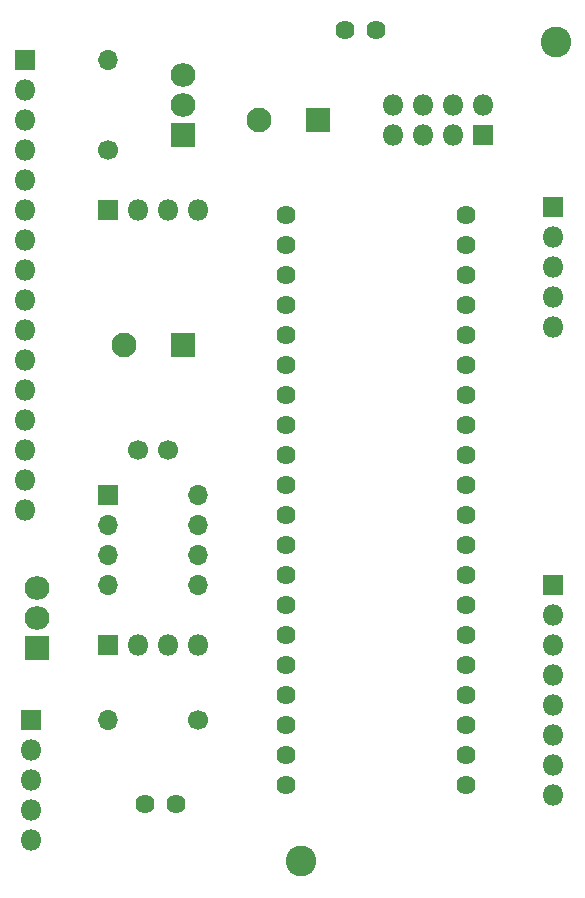
<source format=gts>
G04 #@! TF.GenerationSoftware,KiCad,Pcbnew,(5.1.6)-1*
G04 #@! TF.CreationDate,2021-07-27T20:37:59+01:00*
G04 #@! TF.ProjectId,master_controller_v1,6d617374-6572-45f6-936f-6e74726f6c6c,1.0*
G04 #@! TF.SameCoordinates,Original*
G04 #@! TF.FileFunction,Soldermask,Top*
G04 #@! TF.FilePolarity,Negative*
%FSLAX46Y46*%
G04 Gerber Fmt 4.6, Leading zero omitted, Abs format (unit mm)*
G04 Created by KiCad (PCBNEW (5.1.6)-1) date 2021-07-27 20:37:59*
%MOMM*%
%LPD*%
G01*
G04 APERTURE LIST*
%ADD10O,1.800000X1.800000*%
%ADD11R,1.800000X1.800000*%
%ADD12C,2.600000*%
%ADD13C,1.624000*%
%ADD14R,2.100000X2.100000*%
%ADD15C,2.100000*%
%ADD16O,1.700000X1.700000*%
%ADD17C,1.700000*%
%ADD18O,2.100000X2.005000*%
%ADD19R,2.100000X2.005000*%
%ADD20R,1.700000X1.700000*%
G04 APERTURE END LIST*
D10*
X100500000Y-113806000D03*
X97960000Y-113806000D03*
X95420000Y-113806000D03*
D11*
X92880000Y-113806000D03*
D12*
X109220000Y-168910000D03*
X130810000Y-99568000D03*
D13*
X96012000Y-164084000D03*
X98679000Y-164084000D03*
X112946000Y-98566000D03*
X115613000Y-98566000D03*
X107993000Y-114187000D03*
X107993000Y-116727000D03*
X107993000Y-119267000D03*
X107993000Y-121807000D03*
X107993000Y-124347000D03*
X107993000Y-126887000D03*
X107993000Y-129427000D03*
X107993000Y-131967000D03*
X107993000Y-134507000D03*
X107993000Y-137047000D03*
X107993000Y-139587000D03*
X107993000Y-142127000D03*
X107993000Y-144667000D03*
X107993000Y-147207000D03*
X107993000Y-149747000D03*
X107993000Y-152287000D03*
X107993000Y-154827000D03*
X107993000Y-157367000D03*
X107993000Y-159907000D03*
X107993000Y-162447000D03*
X123233000Y-162447000D03*
X123233000Y-159907000D03*
X123233000Y-157367000D03*
X123233000Y-154827000D03*
X123233000Y-152287000D03*
X123233000Y-149747000D03*
X123233000Y-147207000D03*
X123233000Y-144667000D03*
X123233000Y-142127000D03*
X123233000Y-139587000D03*
X123233000Y-137047000D03*
X123233000Y-134507000D03*
X123233000Y-131967000D03*
X123233000Y-129427000D03*
X123233000Y-126887000D03*
X123233000Y-124347000D03*
X123233000Y-121807000D03*
X123233000Y-119267000D03*
X123233000Y-116727000D03*
X123233000Y-114187000D03*
D14*
X99230000Y-125236000D03*
D15*
X94230000Y-125236000D03*
X105660000Y-106186000D03*
D14*
X110660000Y-106186000D03*
D10*
X85852000Y-139192000D03*
X85852000Y-136652000D03*
X85852000Y-134112000D03*
X85852000Y-131572000D03*
X85852000Y-129032000D03*
X85852000Y-126492000D03*
X85852000Y-123952000D03*
X85852000Y-121412000D03*
X85852000Y-118872000D03*
X85852000Y-116332000D03*
X85852000Y-113792000D03*
X85852000Y-111252000D03*
X85852000Y-108712000D03*
X85852000Y-106172000D03*
X85852000Y-103632000D03*
D11*
X85852000Y-101092000D03*
D10*
X86360000Y-167132000D03*
X86360000Y-164592000D03*
X86360000Y-162052000D03*
X86360000Y-159512000D03*
D11*
X86360000Y-156972000D03*
D10*
X100500000Y-150636000D03*
X97960000Y-150636000D03*
X95420000Y-150636000D03*
D11*
X92880000Y-150636000D03*
X124630000Y-107456000D03*
D10*
X124630000Y-104916000D03*
X122090000Y-107456000D03*
X122090000Y-104916000D03*
X119550000Y-107456000D03*
X119550000Y-104916000D03*
X117010000Y-107456000D03*
X117010000Y-104916000D03*
X130556000Y-163336000D03*
X130556000Y-160796000D03*
X130556000Y-158256000D03*
X130556000Y-155716000D03*
X130556000Y-153176000D03*
X130556000Y-150636000D03*
X130556000Y-148096000D03*
D11*
X130556000Y-145556000D03*
D16*
X92880000Y-101106000D03*
D17*
X92880000Y-108726000D03*
D18*
X99230000Y-102376000D03*
X99230000Y-104916000D03*
D19*
X99230000Y-107456000D03*
X86868000Y-150876000D03*
D18*
X86868000Y-148336000D03*
X86868000Y-145796000D03*
D16*
X100500000Y-137936000D03*
X92880000Y-145556000D03*
X100500000Y-140476000D03*
X92880000Y-143016000D03*
X100500000Y-143016000D03*
X92880000Y-140476000D03*
X100500000Y-145556000D03*
D20*
X92880000Y-137936000D03*
D16*
X92880000Y-156986000D03*
D17*
X100500000Y-156986000D03*
X97960000Y-134126000D03*
X95460000Y-134126000D03*
D11*
X130556000Y-113552000D03*
D10*
X130556000Y-116092000D03*
X130556000Y-118632000D03*
X130556000Y-121172000D03*
X130556000Y-123712000D03*
M02*

</source>
